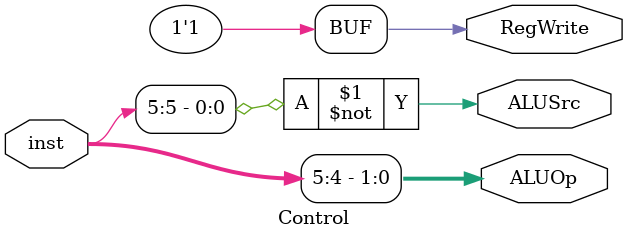
<source format=v>
module Control(inst, ALUOp, ALUSrc, RegWrite);
input [6:0]inst;
output [1:0]ALUOp;
output ALUSrc;
output RegWrite;
assign ALUOp[1:0]=inst[5:4];
assign ALUSrc=~inst[5];
assign RegWrite=1'b1;
endmodule

</source>
